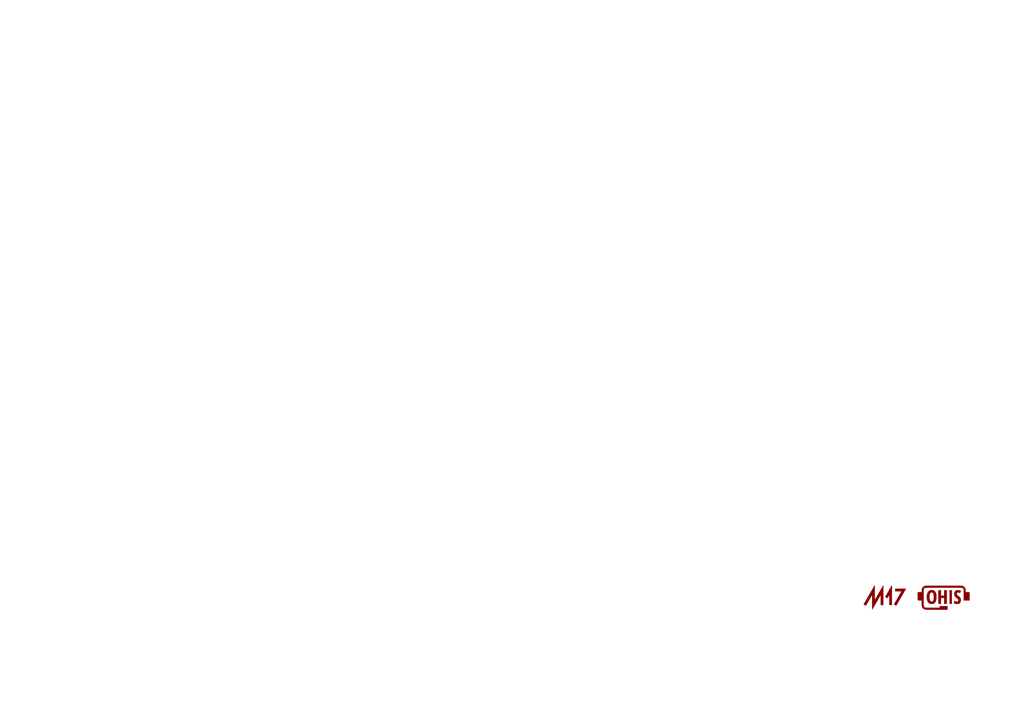
<source format=kicad_sch>
(kicad_sch (version 20230121) (generator eeschema)
  (paper "A4")
  (lib_symbols
    (symbol "M17_logos:M17_logo" (in_bom no)
      (symbol "M17_logo_0_0"
        (polyline (pts (xy 2.148 0.4569) (xy 2.148 0.6225) (xy 2.1481 0.8729) (xy 2.1482 1.1182) (xy 2.1485 1.3571) (xy 2.1488 1.5883) (xy 2.1491 1.8106) (xy 2.1495 2.0226) (xy 2.15 2.223) (xy 2.1505 2.4106) (xy 2.1511 2.5841) (xy 2.1517 2.7421) (xy 2.1523 2.8834) (xy 2.153 3.0067) (xy 2.1537 3.1107) (xy 2.1545 3.1941) (xy 2.1552 3.2557) (xy 2.156 3.294) (xy 2.1565 3.309) (xy 2.1583 3.3924) (xy 2.1589 3.4618) (xy 2.1582 3.5146) (xy 2.1562 3.5482) (xy 2.1529 3.56) (xy 2.1524 3.5598) (xy 2.1422 3.5469) (xy 2.1218 3.5159) (xy 2.0928 3.4693) (xy 2.057 3.4099) (xy 2.016 3.3403) (xy 1.9713 3.2634) (xy 1.9496 3.2256) (xy 1.9124 3.1611) (xy 1.8648 3.0783) (xy 1.8077 2.9791) (xy 1.7419 2.8649) (xy 1.6685 2.7375) (xy 1.5884 2.5984) (xy 1.5026 2.4494) (xy 1.412 2.2921) (xy 1.3175 2.1281) (xy 1.2201 1.9591) (xy 1.1208 1.7868) (xy 1.0205 1.6127) (xy 1.008 1.591) (xy 0.9118 1.4239) (xy 0.8191 1.2629) (xy 0.7307 1.1091) (xy 0.6473 0.9638) (xy 0.5696 0.8283) (xy 0.4983 0.7039) (xy 0.4342 0.5918) (xy 0.3779 0.4933) (xy 0.3303 0.4096) (xy 0.2919 0.3421) (xy 0.2637 0.292) (xy 0.2462 0.2605) (xy 0.2402 0.2489) (xy 0.2463 0.2437) (xy 0.2707 0.2277) (xy 0.3105 0.203) (xy 0.3626 0.1715) (xy 0.4237 0.135) (xy 0.4905 0.0955) (xy 0.5598 0.0548) (xy 0.6284 0.015) (xy 0.693 -0.0222) (xy 0.7504 -0.0548) (xy 0.7974 -0.081) (xy 0.8306 -0.0988) (xy 0.8468 -0.1063) (xy 0.8537 -0.0993) (xy 0.8718 -0.0732) (xy 0.8997 -0.0296) (xy 0.9361 0.0292) (xy 0.9796 0.1012) (xy 1.029 0.1844) (xy 1.0831 0.2766) (xy 1.1406 0.3758) (xy 1.4203 0.8615) (xy 1.4234 -0.6264) (xy 1.4265 -2.1143) (xy 1.7872 -2.1143) (xy 2.1479 -2.1143) (xy 2.148 0.4569)) (stroke (width 0.01)) (fill (type outline)))
        (polyline (pts (xy 3.399 -2.2808) (xy 3.4099 -2.2631) (xy 3.4323 -2.2255) (xy 3.4655 -2.169) (xy 3.5092 -2.0944) (xy 3.5626 -2.0028) (xy 3.6253 -1.8951) (xy 3.6968 -1.7722) (xy 3.7764 -1.6351) (xy 3.8636 -1.4848) (xy 3.9578 -1.3221) (xy 4.0586 -1.1481) (xy 4.1653 -0.9638) (xy 4.2774 -0.7699) (xy 4.3944 -0.5676) (xy 4.5157 -0.3577) (xy 4.6407 -0.1413) (xy 4.7689 0.0808) (xy 4.8066 0.1461) (xy 4.9344 0.3677) (xy 5.0592 0.5839) (xy 5.1803 0.7937) (xy 5.2971 0.996) (xy 5.4091 1.19) (xy 5.5157 1.3747) (xy 5.6163 1.5489) (xy 5.7104 1.7119) (xy 5.7974 1.8625) (xy 5.8767 1.9998) (xy 5.9478 2.1229) (xy 6.0101 2.2306) (xy 6.063 2.3221) (xy 6.106 2.3964) (xy 6.1384 2.4524) (xy 6.1598 2.4892) (xy 6.1695 2.5058) (xy 6.1869 2.5364) (xy 6.2022 2.5662) (xy 6.208 2.5822) (xy 6.2004 2.5837) (xy 6.1693 2.5854) (xy 6.1149 2.5869) (xy 6.0377 2.5883) (xy 5.9383 2.5896) (xy 5.8174 2.5907) (xy 5.6755 2.5917) (xy 5.5133 2.5925) (xy 5.3314 2.5931) (xy 5.1303 2.5935) (xy 4.9108 2.5938) (xy 4.6733 2.5939) (xy 3.1385 2.5939) (xy 3.1385 2.2271) (xy 3.1385 1.8603) (xy 4.0481 1.8572) (xy 4.9576 1.854) (xy 4.7593 1.5116) (xy 4.7434 1.4841) (xy 4.7067 1.4207) (xy 4.6592 1.3385) (xy 4.6019 1.2392) (xy 4.5355 1.1243) (xy 4.461 0.9953) (xy 4.3794 0.8539) (xy 4.2915 0.7016) (xy 4.1982 0.54) (xy 4.1004 0.3706) (xy 3.9991 0.195) (xy 3.8951 0.0148) (xy 3.7893 -0.1685) (xy 3.6827 -0.3533) (xy 3.5897 -0.5145) (xy 3.4897 -0.6878) (xy 3.3935 -0.8545) (xy 3.3018 -1.0133) (xy 3.2153 -1.163) (xy 3.1348 -1.3024) (xy 3.0608 -1.4303) (xy 2.9942 -1.5455) (xy 2.9357 -1.6468) (xy 2.8858 -1.7329) (xy 2.8454 -1.8027) (xy 2.815 -1.855) (xy 2.7955 -1.8884) (xy 2.7875 -1.9019) (xy 2.7873 -1.9023) (xy 2.7834 -1.9102) (xy 2.7835 -1.9183) (xy 2.79 -1.9281) (xy 2.8048 -1.9411) (xy 2.8302 -1.9588) (xy 2.8683 -1.9827) (xy 2.9212 -2.0142) (xy 2.991 -2.055) (xy 3.08 -2.1063) (xy 3.1014 -2.1187) (xy 3.1788 -2.1629) (xy 3.2486 -2.2024) (xy 3.3082 -2.2355) (xy 3.3547 -2.2608) (xy 3.3856 -2.2769) (xy 3.398 -2.2821) (xy 3.399 -2.2808)) (stroke (width 0.01)) (fill (type outline)))
        (polyline (pts (xy -3.556 -3.429) (xy -3.5553 -3.428) (xy -3.5432 -3.409) (xy -3.5209 -3.3721) (xy -3.4901 -3.3203) (xy -3.4527 -3.2565) (xy -3.4103 -3.1837) (xy -3.3648 -3.1049) (xy -3.178 -2.7808) (xy -2.9614 -2.405) (xy -2.7569 -2.0503) (xy -2.5644 -1.7165) (xy -2.3839 -1.4035) (xy -2.2154 -1.1113) (xy -2.0587 -0.8398) (xy -1.9139 -0.5889) (xy -1.7808 -0.3584) (xy -1.6595 -0.1484) (xy -1.5499 0.0414) (xy -1.4518 0.2109) (xy -1.3654 0.3604) (xy -1.2904 0.4898) (xy -1.2269 0.5992) (xy -1.1749 0.6888) (xy -1.1341 0.7587) (xy -1.1047 0.8089) (xy -1.0866 0.8395) (xy -1.0796 0.8506) (xy -1.078 0.8409) (xy -1.0764 0.8077) (xy -1.075 0.7518) (xy -1.0736 0.674) (xy -1.0725 0.5754) (xy -1.0714 0.4567) (xy -1.0705 0.3189) (xy -1.0697 0.1628) (xy -1.0691 -0.0106) (xy -1.0687 -0.2005) (xy -1.0684 -0.4059) (xy -1.0683 -0.626) (xy -1.0683 -2.1143) (xy -0.7076 -2.1143) (xy -0.3468 -2.1143) (xy -0.3469 0.732) (xy -0.3469 1.0046) (xy -0.3469 1.2951) (xy -0.3469 1.5629) (xy -0.347 1.8088) (xy -0.3471 2.0338) (xy -0.3472 2.2388) (xy -0.3474 2.4247) (xy -0.3476 2.5924) (xy -0.3479 2.7428) (xy -0.3483 2.8769) (xy -0.3487 2.9955) (xy -0.3493 3.0996) (xy -0.3499 3.19) (xy -0.3506 3.2677) (xy -0.3514 3.3336) (xy -0.3524 3.3887) (xy -0.3535 3.4337) (xy -0.3547 3.4697) (xy -0.356 3.4976) (xy -0.3575 3.5182) (xy -0.3591 3.5324) (xy -0.3609 3.5413) (xy -0.3629 3.5456) (xy -0.365 3.5464) (xy -0.3673 3.5445) (xy -0.3698 3.5408) (xy -0.3725 3.5363) (xy -0.3774 3.5281) (xy -0.3842 3.5166) (xy -0.3934 3.5009) (xy -0.4054 3.4802) (xy -0.4207 3.4538) (xy -0.4398 3.4208) (xy -0.4631 3.3807) (xy -0.491 3.3324) (xy -0.5239 3.2754) (xy -0.5624 3.2088) (xy -0.6069 3.1318) (xy -0.6577 3.0436) (xy -0.7155 2.9436) (xy -0.7805 2.8308) (xy -0.8533 2.7046) (xy -0.9343 2.5642) (xy -1.0239 2.4088) (xy -1.1227 2.2376) (xy -1.2309 2.0499) (xy -1.3492 1.8448) (xy -1.4779 1.6216) (xy -1.6175 1.3796) (xy -1.7683 1.1179) (xy -1.931 0.8358) (xy -2.8354 -0.7328) (xy -2.8416 1.4228) (xy -2.8477 3.5784) (xy -2.9013 3.4866) (xy -2.9051 3.4801) (xy -2.9367 3.4263) (xy -2.9687 3.3718) (xy -2.9947 3.3277) (xy -2.9984 3.3213) (xy -3.0143 3.2939) (xy -3.0415 3.247) (xy -3.0792 3.1817) (xy -3.1268 3.0993) (xy -3.1836 3.0009) (xy -3.2491 2.8876) (xy -3.3225 2.7604) (xy -3.4032 2.6207) (xy -3.4905 2.4694) (xy -3.5838 2.3077) (xy -3.6825 2.1369) (xy -3.7858 1.9578) (xy -3.8931 1.7719) (xy -4.0038 1.58) (xy -4.1172 1.3835) (xy -4.2327 1.1834) (xy -4.3495 0.9809) (xy -4.4671 0.777) (xy -4.5849 0.573) (xy -4.702 0.3699) (xy -4.8179 0.1689) (xy -4.932 -0.0288) (xy -5.0436 -0.2222) (xy -5.152 -0.4101) (xy -5.2565 -0.5914) (xy -5.3566 -0.7649) (xy -5.4515 -0.9296) (xy -5.5406 -1.0842) (xy -5.6233 -1.2276) (xy -5.6989 -1.3588) (xy -5.7257 -1.4052) (xy -5.7857 -1.5097) (xy -5.8413 -1.6069) (xy -5.8915 -1.695) (xy -5.9351 -1.7719) (xy -5.9709 -1.8355) (xy -5.9979 -1.884) (xy -6.0149 -1.9153) (xy -6.0208 -1.9274) (xy -6.0106 -1.9355) (xy -5.9823 -1.9537) (xy -5.9392 -1.9802) (xy -5.8844 -2.013) (xy -5.8213 -2.0502) (xy -5.7529 -2.0901) (xy -5.6827 -2.1307) (xy -5.6138 -2.1702) (xy -5.5494 -2.2067) (xy -5.4928 -2.2383) (xy -5.4473 -2.2632) (xy -5.416 -2.2795) (xy -5.4022 -2.2852) (xy -5.4019 -2.285) (xy -5.393 -2.2717) (xy -5.3727 -2.2385) (xy -5.3416 -2.1866) (xy -5.3005 -2.1171) (xy -5.2501 -2.0313) (xy -5.1909 -1.9302) (xy -5.1237 -1.8152) (xy -5.0492 -1.6872) (xy -4.9681 -1.5475) (xy -4.881 -1.3973) (xy -4.7886 -1.2377) (xy -4.6915 -1.07) (xy -4.5906 -0.8951) (xy -4.4864 -0.7144) (xy -3.5814 0.8561) (xy -3.578 -1.2987) (xy -3.5778 -1.4214) (xy -3.5773 -1.6817) (xy -3.5769 -1.9191) (xy -3.5764 -2.1346) (xy -3.5759 -2.3291) (xy -3.5754 -2.5036) (xy -3.5748 -2.6593) (xy -3.5742 -2.7972) (xy -3.5735 -2.9181) (xy -3.5727 -3.0233) (xy -3.5718 -3.1137) (xy -3.5709 -3.1903) (xy -3.5698 -3.2542) (xy -3.5686 -3.3063) (xy -3.5673 -3.3477) (xy -3.5658 -3.3795) (xy -3.5642 -3.4026) (xy -3.5624 -3.4181) (xy -3.5604 -3.4269) (xy -3.5583 -3.4302) (xy -3.556 -3.429)) (stroke (width 0.01)) (fill (type outline)))
      )
    )
    (symbol "M17_logos:OHIS_logo" (pin_names (offset 1.016))
      (symbol "OHIS_logo_0_0"
        (polyline (pts (xy 2.3987 0.1866) (xy 2.3987 2.1322) (xy 2.0655 2.1322) (xy 1.7324 2.1322) (xy 1.7324 0.1866) (xy 1.7324 -1.7591) (xy 2.0655 -1.7591) (xy 2.3987 -1.7591) (xy 2.3987 0.1866)) (stroke (width 0.01)) (fill (type outline)))
        (polyline (pts (xy -0.773 -0.9062) (xy -0.773 -0.0533) (xy -0.2932 -0.0533) (xy 0.1865 -0.0533) (xy 0.1865 -0.9062) (xy 0.1865 -1.7591) (xy 0.5463 -1.7591) (xy 0.9061 -1.7591) (xy 0.9061 0.1866) (xy 0.9061 2.1322) (xy 0.5463 2.1322) (xy 0.1865 2.1322) (xy 0.1865 1.3593) (xy 0.1865 0.5864) (xy -0.2932 0.5864) (xy -0.773 0.5864) (xy -0.773 1.3593) (xy -0.773 2.1322) (xy -1.1328 2.1322) (xy -1.4926 2.1322) (xy -1.4926 0.1866) (xy -1.4926 -1.7591) (xy -1.1328 -1.7591) (xy -0.773 -1.7591) (xy -0.773 -0.9062)) (stroke (width 0.01)) (fill (type outline)))
        (polyline (pts (xy -3.2111 -1.7879) (xy -3.0035 -1.7382) (xy -2.8273 -1.6606) (xy -2.8084 -1.6493) (xy -2.6111 -1.5017) (xy -2.4457 -1.3176) (xy -2.3117 -1.0957) (xy -2.2084 -0.8343) (xy -2.1354 -0.5323) (xy -2.092 -0.188) (xy -2.0777 0.1999) (xy -2.0778 0.2382) (xy -2.0926 0.6023) (xy -2.1331 0.923) (xy -2.2003 1.204) (xy -2.2952 1.4489) (xy -2.4191 1.6615) (xy -2.5731 1.8453) (xy -2.7028 1.9603) (xy -2.8788 2.0698) (xy -3.075 2.1411) (xy -3.2994 2.177) (xy -3.5599 2.18) (xy -3.6526 2.1751) (xy -3.7604 2.165) (xy -3.8463 2.1475) (xy -3.9292 2.1185) (xy -4.028 2.0736) (xy -4.0415 2.067) (xy -4.2505 1.9342) (xy -4.4299 1.7583) (xy -4.5789 1.541) (xy -4.697 1.2839) (xy -4.7836 0.9886) (xy -4.8381 0.6566) (xy -4.8599 0.2902) (xy -4.123 0.2902) (xy -4.1068 0.5524) (xy -4.0665 0.8327) (xy -4.0066 1.0663) (xy -3.9265 1.2528) (xy -3.8258 1.3935) (xy -3.7037 1.4899) (xy -3.6892 1.4979) (xy -3.6139 1.5305) (xy -3.535 1.5434) (xy -3.4282 1.5412) (xy -3.3821 1.5371) (xy -3.2371 1.5007) (xy -3.1222 1.4264) (xy -3.0261 1.3075) (xy -2.9609 1.1764) (xy -2.9008 0.9879) (xy -2.8559 0.767) (xy -2.8264 0.5237) (xy -2.8124 0.268) (xy -2.8141 0.0098) (xy -2.8318 -0.2407) (xy -2.8657 -0.4737) (xy -2.9159 -0.6792) (xy -2.9827 -0.847) (xy -3.0143 -0.9008) (xy -3.1025 -1.0094) (xy -3.205 -1.0961) (xy -3.3065 -1.1465) (xy -3.3103 -1.1476) (xy -3.4744 -1.1687) (xy -3.6276 -1.1394) (xy -3.7653 -1.0621) (xy -3.8831 -0.9394) (xy -3.9766 -0.7738) (xy -4.014 -0.6721) (xy -4.065 -0.4684) (xy -4.101 -0.2322) (xy -4.1207 0.0247) (xy -4.123 0.2902) (xy -4.8599 0.2902) (xy -4.8599 0.2896) (xy -4.8484 -0.1109) (xy -4.8365 -0.2502) (xy -4.7836 -0.5921) (xy -4.6998 -0.8936) (xy -4.5859 -1.1537) (xy -4.4422 -1.3717) (xy -4.2693 -1.5466) (xy -4.0677 -1.6777) (xy -3.838 -1.764) (xy -3.6618 -1.7971) (xy -3.4355 -1.808) (xy -3.2111 -1.7879)) (stroke (width 0.01)) (fill (type outline)))
        (polyline (pts (xy 4.1138 -1.793) (xy 4.2753 -1.7697) (xy 4.4016 -1.7353) (xy 4.5544 -1.6595) (xy 4.7168 -1.5277) (xy 4.8438 -1.3567) (xy 4.9348 -1.148) (xy 4.9888 -0.9026) (xy 4.9998 -0.7978) (xy 4.9984 -0.5513) (xy 4.9538 -0.3249) (xy 4.8639 -0.1146) (xy 4.7267 0.0835) (xy 4.5403 0.2734) (xy 4.3026 0.4592) (xy 4.2034 0.5313) (xy 4.0412 0.6676) (xy 3.9252 0.7969) (xy 3.8521 0.9241) (xy 3.8187 1.0544) (xy 3.8214 1.1929) (xy 3.8475 1.3097) (xy 3.91 1.4308) (xy 4.0033 1.5087) (xy 4.009 1.5115) (xy 4.1236 1.5415) (xy 4.2655 1.5389) (xy 4.4216 1.5052) (xy 4.5789 1.4419) (xy 4.7461 1.3575) (xy 4.7878 1.4584) (xy 4.8186 1.5323) (xy 4.8616 1.6349) (xy 4.9067 1.7419) (xy 4.9127 1.7562) (xy 4.9489 1.8435) (xy 4.9744 1.9079) (xy 4.984 1.9365) (xy 4.9802 1.9427) (xy 4.9403 1.9683) (xy 4.8668 2.004) (xy 4.7717 2.0449) (xy 4.6671 2.0858) (xy 4.5651 2.1218) (xy 4.4776 2.1479) (xy 4.4011 2.1642) (xy 4.2104 2.1833) (xy 4.013 2.1781) (xy 3.8275 2.1497) (xy 3.6725 2.0992) (xy 3.4995 1.9986) (xy 3.3429 1.852) (xy 3.2259 1.6696) (xy 3.1823 1.5671) (xy 3.1213 1.3351) (xy 3.1016 1.0914) (xy 3.1227 0.8481) (xy 3.1841 0.6171) (xy 3.2851 0.4103) (xy 3.3335 0.3427) (xy 3.4561 0.2082) (xy 3.6212 0.0594) (xy 3.8247 -0.0996) (xy 3.8737 -0.1366) (xy 3.9739 -0.2169) (xy 4.0593 -0.2916) (xy 4.1154 -0.3482) (xy 4.142 -0.3813) (xy 4.2348 -0.5346) (xy 4.2819 -0.6889) (xy 4.2832 -0.8377) (xy 4.2383 -0.9741) (xy 4.147 -1.0915) (xy 4.1405 -1.0974) (xy 4.0844 -1.1348) (xy 4.0114 -1.1564) (xy 3.9035 -1.168) (xy 3.8961 -1.1684) (xy 3.7457 -1.1675) (xy 3.6019 -1.1436) (xy 3.4492 -1.0928) (xy 3.2717 -1.0111) (xy 3.065 -0.9069) (xy 3.065 -1.2631) (xy 3.065 -1.6192) (xy 3.2024 -1.6783) (xy 3.2634 -1.7023) (xy 3.3852 -1.7428) (xy 3.5022 -1.7744) (xy 3.5868 -1.7895) (xy 3.7525 -1.8036) (xy 3.9338 -1.8046) (xy 4.1138 -1.793)) (stroke (width 0.01)) (fill (type outline)))
        (polyline (pts (xy 1.1194 -2.9587) (xy 1.1194 -2.452) (xy 0.0133 -2.452) (xy -1.0928 -2.452) (xy -1.0928 -2.6919) (xy -1.0928 -2.9318) (xy -3.1784 -2.9312) (xy -3.348 -2.9312) (xy -3.7101 -2.9309) (xy -4.0241 -2.9305) (xy -4.2937 -2.9299) (xy -4.5225 -2.9289) (xy -4.7142 -2.9274) (xy -4.8724 -2.9255) (xy -5.0008 -2.9229) (xy -5.103 -2.9197) (xy -5.1828 -2.9157) (xy -5.2438 -2.9109) (xy -5.2895 -2.9051) (xy -5.3238 -2.8983) (xy -5.3501 -2.8905) (xy -5.3723 -2.8814) (xy -5.483 -2.8194) (xy -5.6316 -2.6889) (xy -5.7419 -2.5256) (xy -5.8103 -2.3883) (xy -5.8103 0) (xy -5.8103 2.3883) (xy -5.7419 2.5256) (xy -5.6762 2.6335) (xy -5.5403 2.7768) (xy -5.3723 2.8814) (xy -5.3668 2.8838) (xy -5.3514 2.8894) (xy -5.3318 2.8946) (xy -5.3056 2.8993) (xy -5.2708 2.9036) (xy -5.225 2.9075) (xy -5.166 2.9109) (xy -5.0916 2.9141) (xy -4.9996 2.9168) (xy -4.8877 2.9193) (xy -4.7537 2.9214) (xy -4.5954 2.9233) (xy -4.4105 2.9249) (xy -4.1968 2.9263) (xy -3.9522 2.9274) (xy -3.6743 2.9283) (xy -3.3609 2.9291) (xy -3.0098 2.9297) (xy -2.6188 2.9301) (xy -2.1856 2.9304) (xy -1.708 2.9307) (xy -1.1839 2.9308) (xy -0.6108 2.9309) (xy 0.0133 2.931) (xy 5.2905 2.9313) (xy 5.4238 2.8689) (xy 5.4806 2.8375) (xy 5.5816 2.7651) (xy 5.6685 2.6852) (xy 5.6722 2.6812) (xy 5.7106 2.6387) (xy 5.7436 2.5986) (xy 5.7714 2.5566) (xy 5.7945 2.5083) (xy 5.8134 2.4495) (xy 5.8285 2.3759) (xy 5.8403 2.2833) (xy 5.849 2.1673) (xy 5.8552 2.0237) (xy 5.8594 1.8482) (xy 5.8618 1.6365) (xy 5.8631 1.3843) (xy 5.8635 1.0874) (xy 5.8635 0.7414) (xy 5.8635 -0.7996) (xy 6.6244 -0.7996) (xy 7.3852 -0.7996) (xy 7.4506 -0.7342) (xy 7.516 -0.6687) (xy 7.516 0.3998) (xy 7.516 1.4683) (xy 7.4506 1.5337) (xy 7.4384 1.5457) (xy 7.4146 1.5654) (xy 7.3852 1.5795) (xy 7.3425 1.589) (xy 7.2783 1.5948) (xy 7.1847 1.5978) (xy 7.0538 1.599) (xy 6.8776 1.5992) (xy 6.3699 1.5992) (xy 6.3699 1.9577) (xy 6.3699 1.968) (xy 6.3674 2.1158) (xy 6.361 2.2571) (xy 6.3518 2.3761) (xy 6.3406 2.4574) (xy 6.322 2.534) (xy 6.232 2.7645) (xy 6.0993 2.9697) (xy 5.9293 3.1447) (xy 5.7276 3.2847) (xy 5.4995 3.3846) (xy 5.2505 3.4395) (xy 5.2042 3.4427) (xy 5.1006 3.4461) (xy 4.9443 3.4491) (xy 4.7359 3.4518) (xy 4.4757 3.4542) (xy 4.1641 3.4561) (xy 3.8014 3.4578) (xy 3.3881 3.459) (xy 2.9246 3.46) (xy 2.4112 3.4605) (xy 1.8483 3.4607) (xy 1.2363 3.4605) (xy 0.5757 3.46) (xy -0.1333 3.4591) (xy -5.2906 3.4515) (xy -5.4571 3.3944) (xy -5.6381 3.3178) (xy -5.8549 3.1792) (xy -6.0362 3.0039) (xy -6.178 2.7957) (xy -6.2766 2.5587) (xy -6.2861 2.5222) (xy -6.3077 2.3936) (xy -6.3245 2.2196) (xy -6.336 2.0056) (xy -6.351 1.5992) (xy -6.8469 1.5983) (xy -6.9534 1.598) (xy -7.115 1.596) (xy -7.2347 1.5907) (xy -7.3197 1.5805) (xy -7.3776 1.5635) (xy -7.4156 1.5382) (xy -7.4412 1.5027) (xy -7.4617 1.4553) (xy -7.464 1.447) (xy -7.471 1.3867) (xy -7.4769 1.2827) (xy -7.4817 1.1425) (xy -7.4854 0.9735) (xy -7.488 0.7833) (xy -7.4894 0.5793) (xy -7.4898 0.3689) (xy -7.4892 0.1596) (xy -7.4874 -0.0412) (xy -7.4845 -0.2259) (xy -7.4804 -0.3872) (xy -7.4753 -0.5176) (xy -7.4691 -0.6096) (xy -7.4617 -0.6557) (xy -7.4503 -0.6841) (xy -7.4279 -0.7244) (xy -7.3963 -0.7539) (xy -7.3482 -0.7743) (xy -7.2761 -0.7873) (xy -7.1728 -0.7945) (xy -7.031 -0.7978) (xy -6.8431 -0.7987) (xy -6.3434 -0.7996) (xy -6.3427 -1.4592) (xy -6.3427 -1.4645) (xy -6.3419 -1.71) (xy -6.3398 -1.9097) (xy -6.3359 -2.071) (xy -6.3297 -2.2012) (xy -6.3207 -2.3077) (xy -6.3085 -2.3979) (xy -6.2927 -2.4791) (xy -6.2727 -2.5587) (xy -6.2067 -2.7396) (xy -6.0831 -2.9475) (xy -5.9204 -3.1258) (xy -5.7238 -3.2697) (xy -5.4987 -3.3748) (xy -5.2506 -3.4362) (xy -5.2349 -3.4376) (xy -5.1647 -3.4405) (xy -5.0464 -3.4432) (xy -4.8836 -3.4459) (xy -4.6797 -3.4485) (xy -4.4383 -3.4509) (xy -4.1628 -3.4532) (xy -3.8568 -3.4552) (xy -3.5239 -3.457) (xy -3.1674 -3.4586) (xy -2.791 -3.4599) (xy -2.3982 -3.4609) (xy -1.9923 -3.4616) (xy 1.1194 -3.4653) (xy 1.1194 -2.9587)) (stroke (width 0.01)) (fill (type outline)))
      )
    )
  )
  (symbol (lib_id "M17_logos:OHIS_logo") (at 273.685 173.355 0) (unit 1)
    (property "Reference" "LOGO2" (effects hide))
    (property "Value" "OHIS_logo" (effects hide))
    (property "Footprint" "M17_logos:OHIS_logo_10.8x5mm" (effects hide))
  )
  (symbol (lib_id "M17_logos:M17_logo") (at 256.54 173.355 0) (unit 1) (in_bom no)
    (property "Reference" "LOGO1" (effects hide))
    (property "Value" "M17_logo" (effects hide))
    (property "Footprint" "M17_logos:M17_logo_20x11.5mm" (effects hide))
  )
)
</source>
